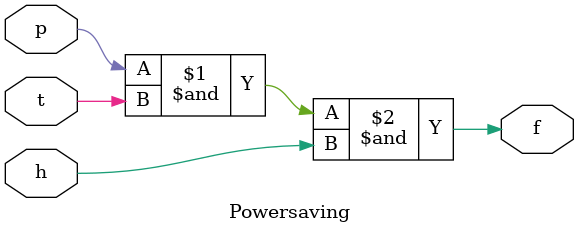
<source format=v>



// Generated by Quartus Prime Version 18.1 (Build Build 625 09/12/2018)
// Created on Tue Jun 09 15:18:14 2020

//  Module Declaration
module Powersaving
(
	// {{ALTERA_ARGS_BEGIN}} DO NOT REMOVE THIS LINE!
	p, h, t, f
	// {{ALTERA_ARGS_END}} DO NOT REMOVE THIS LINE!
);
// Port Declaration

	// {{ALTERA_IO_BEGIN}} DO NOT REMOVE THIS LINE!
	input p;
	input h;
	input t;
	output f;
	// {{ALTERA_IO_END}} DO NOT REMOVE THIS LINE!

and(f,p,t,h);

endmodule
 
</source>
